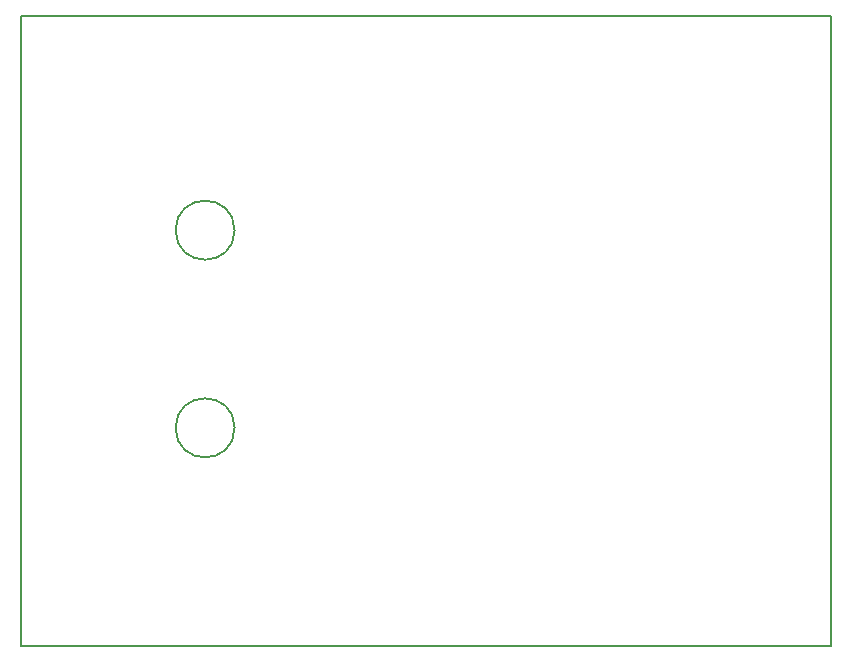
<source format=gm1>
G04 #@! TF.GenerationSoftware,KiCad,Pcbnew,8.0.6*
G04 #@! TF.CreationDate,2024-11-11T09:26:19+01:00*
G04 #@! TF.ProjectId,lmwb_lochraster_arduino_L293D,6c6d7762-5f6c-46f6-9368-726173746572,V.0.1*
G04 #@! TF.SameCoordinates,Original*
G04 #@! TF.FileFunction,Profile,NP*
%FSLAX46Y46*%
G04 Gerber Fmt 4.6, Leading zero omitted, Abs format (unit mm)*
G04 Created by KiCad (PCBNEW 8.0.6) date 2024-11-11 09:26:19*
%MOMM*%
%LPD*%
G01*
G04 APERTURE LIST*
G04 #@! TA.AperFunction,Profile*
%ADD10C,0.150000*%
G04 #@! TD*
G04 APERTURE END LIST*
D10*
X62774000Y-43510000D02*
G75*
G02*
X57774000Y-43510000I-2500000J0D01*
G01*
X57774000Y-43510000D02*
G75*
G02*
X62774000Y-43510000I2500000J0D01*
G01*
X44703800Y-25399800D02*
X113283800Y-25399800D01*
X113283800Y-78739800D01*
X44703800Y-78739800D01*
X44703800Y-25399800D01*
X62774000Y-60240000D02*
G75*
G02*
X57774000Y-60240000I-2500000J0D01*
G01*
X57774000Y-60240000D02*
G75*
G02*
X62774000Y-60240000I2500000J0D01*
G01*
M02*

</source>
